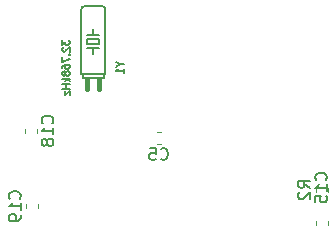
<source format=gbr>
%TF.GenerationSoftware,KiCad,Pcbnew,5.1.10-88a1d61d58~88~ubuntu20.04.1*%
%TF.CreationDate,2021-06-20T20:02:36+02:00*%
%TF.ProjectId,bluePillG,626c7565-5069-46c6-9c47-2e6b69636164,rev?*%
%TF.SameCoordinates,Original*%
%TF.FileFunction,Legend,Bot*%
%TF.FilePolarity,Positive*%
%FSLAX46Y46*%
G04 Gerber Fmt 4.6, Leading zero omitted, Abs format (unit mm)*
G04 Created by KiCad (PCBNEW 5.1.10-88a1d61d58~88~ubuntu20.04.1) date 2021-06-20 20:02:36*
%MOMM*%
%LPD*%
G01*
G04 APERTURE LIST*
%ADD10C,0.152400*%
%ADD11C,0.406400*%
%ADD12C,0.120000*%
%ADD13C,0.127000*%
%ADD14C,0.150000*%
G04 APERTURE END LIST*
D10*
%TO.C,Y1*%
X46181000Y-58168000D02*
X47959000Y-58168000D01*
X46054000Y-58168000D02*
X46181000Y-58168000D01*
X47070000Y-54866000D02*
X46562000Y-54866000D01*
X47070000Y-54866000D02*
X47070000Y-54358000D01*
X47070000Y-56009000D02*
X46562000Y-56009000D01*
X47070000Y-56009000D02*
X47070000Y-56517000D01*
X47578000Y-56009000D02*
X47070000Y-56009000D01*
X47578000Y-54866000D02*
X47070000Y-54866000D01*
X47578000Y-55247000D02*
X46562000Y-55247000D01*
X46562000Y-55628000D02*
X46562000Y-55247000D01*
X46562000Y-55628000D02*
X47578000Y-55628000D01*
X47578000Y-55247000D02*
X47578000Y-55628000D01*
D11*
X47578000Y-59438000D02*
X47578000Y-58676000D01*
X46562000Y-59438000D02*
X46562000Y-58676000D01*
D10*
X48086000Y-58168000D02*
X48086000Y-52707000D01*
X48086000Y-58168000D02*
X47959000Y-58168000D01*
X47959000Y-58549000D02*
X47959000Y-58168000D01*
X46054000Y-58168000D02*
X46054000Y-52707000D01*
X46181000Y-58549000D02*
X46181000Y-58168000D01*
X47832000Y-52453000D02*
X46308000Y-52453000D01*
X47959000Y-58549000D02*
X46181000Y-58549000D01*
X47832000Y-52453000D02*
G75*
G02*
X48086000Y-52707000I0J-254000D01*
G01*
X46054000Y-52707000D02*
G75*
G02*
X46308000Y-52453000I254000J0D01*
G01*
D12*
%TO.C,R2*%
X66910000Y-67837221D02*
X66910000Y-68162779D01*
X65890000Y-67837221D02*
X65890000Y-68162779D01*
%TO.C,C19*%
X42410000Y-69224721D02*
X42410000Y-69550279D01*
X41390000Y-69224721D02*
X41390000Y-69550279D01*
%TO.C,C18*%
X41290000Y-63162779D02*
X41290000Y-62837221D01*
X42310000Y-63162779D02*
X42310000Y-62837221D01*
%TO.C,C15*%
X66910000Y-70637221D02*
X66910000Y-70962779D01*
X65890000Y-70637221D02*
X65890000Y-70962779D01*
%TO.C,C5*%
X52437221Y-63090000D02*
X52762779Y-63090000D01*
X52437221Y-64110000D02*
X52762779Y-64110000D01*
%TO.C,Y1*%
D13*
X49341485Y-57369714D02*
X49631771Y-57369714D01*
X49022171Y-57166514D02*
X49341485Y-57369714D01*
X49022171Y-57572914D01*
X49631771Y-58095428D02*
X49631771Y-57747085D01*
X49631771Y-57921257D02*
X49022171Y-57921257D01*
X49109257Y-57863200D01*
X49167314Y-57805142D01*
X49196342Y-57747085D01*
X44450171Y-55337714D02*
X44450171Y-55715085D01*
X44682400Y-55511885D01*
X44682400Y-55598971D01*
X44711428Y-55657028D01*
X44740457Y-55686057D01*
X44798514Y-55715085D01*
X44943657Y-55715085D01*
X45001714Y-55686057D01*
X45030742Y-55657028D01*
X45059771Y-55598971D01*
X45059771Y-55424800D01*
X45030742Y-55366742D01*
X45001714Y-55337714D01*
X44508228Y-55947314D02*
X44479200Y-55976342D01*
X44450171Y-56034400D01*
X44450171Y-56179542D01*
X44479200Y-56237600D01*
X44508228Y-56266628D01*
X44566285Y-56295657D01*
X44624342Y-56295657D01*
X44711428Y-56266628D01*
X45059771Y-55918285D01*
X45059771Y-56295657D01*
X45001714Y-56556914D02*
X45030742Y-56585942D01*
X45059771Y-56556914D01*
X45030742Y-56527885D01*
X45001714Y-56556914D01*
X45059771Y-56556914D01*
X44450171Y-56789142D02*
X44450171Y-57195542D01*
X45059771Y-56934285D01*
X44450171Y-57689028D02*
X44450171Y-57572914D01*
X44479200Y-57514857D01*
X44508228Y-57485828D01*
X44595314Y-57427771D01*
X44711428Y-57398742D01*
X44943657Y-57398742D01*
X45001714Y-57427771D01*
X45030742Y-57456800D01*
X45059771Y-57514857D01*
X45059771Y-57630971D01*
X45030742Y-57689028D01*
X45001714Y-57718057D01*
X44943657Y-57747085D01*
X44798514Y-57747085D01*
X44740457Y-57718057D01*
X44711428Y-57689028D01*
X44682400Y-57630971D01*
X44682400Y-57514857D01*
X44711428Y-57456800D01*
X44740457Y-57427771D01*
X44798514Y-57398742D01*
X44711428Y-58095428D02*
X44682400Y-58037371D01*
X44653371Y-58008342D01*
X44595314Y-57979314D01*
X44566285Y-57979314D01*
X44508228Y-58008342D01*
X44479200Y-58037371D01*
X44450171Y-58095428D01*
X44450171Y-58211542D01*
X44479200Y-58269600D01*
X44508228Y-58298628D01*
X44566285Y-58327657D01*
X44595314Y-58327657D01*
X44653371Y-58298628D01*
X44682400Y-58269600D01*
X44711428Y-58211542D01*
X44711428Y-58095428D01*
X44740457Y-58037371D01*
X44769485Y-58008342D01*
X44827542Y-57979314D01*
X44943657Y-57979314D01*
X45001714Y-58008342D01*
X45030742Y-58037371D01*
X45059771Y-58095428D01*
X45059771Y-58211542D01*
X45030742Y-58269600D01*
X45001714Y-58298628D01*
X44943657Y-58327657D01*
X44827542Y-58327657D01*
X44769485Y-58298628D01*
X44740457Y-58269600D01*
X44711428Y-58211542D01*
X45059771Y-58588914D02*
X44450171Y-58588914D01*
X44827542Y-58646971D02*
X45059771Y-58821142D01*
X44653371Y-58821142D02*
X44885600Y-58588914D01*
X45059771Y-59082400D02*
X44450171Y-59082400D01*
X44740457Y-59082400D02*
X44740457Y-59430742D01*
X45059771Y-59430742D02*
X44450171Y-59430742D01*
X44653371Y-59662971D02*
X44653371Y-59982285D01*
X45059771Y-59662971D01*
X45059771Y-59982285D01*
%TO.C,R2*%
D14*
X65422380Y-67833333D02*
X64946190Y-67500000D01*
X65422380Y-67261904D02*
X64422380Y-67261904D01*
X64422380Y-67642857D01*
X64470000Y-67738095D01*
X64517619Y-67785714D01*
X64612857Y-67833333D01*
X64755714Y-67833333D01*
X64850952Y-67785714D01*
X64898571Y-67738095D01*
X64946190Y-67642857D01*
X64946190Y-67261904D01*
X64517619Y-68214285D02*
X64470000Y-68261904D01*
X64422380Y-68357142D01*
X64422380Y-68595238D01*
X64470000Y-68690476D01*
X64517619Y-68738095D01*
X64612857Y-68785714D01*
X64708095Y-68785714D01*
X64850952Y-68738095D01*
X65422380Y-68166666D01*
X65422380Y-68785714D01*
%TO.C,C19*%
X40827142Y-68744642D02*
X40874761Y-68697023D01*
X40922380Y-68554166D01*
X40922380Y-68458928D01*
X40874761Y-68316071D01*
X40779523Y-68220833D01*
X40684285Y-68173214D01*
X40493809Y-68125595D01*
X40350952Y-68125595D01*
X40160476Y-68173214D01*
X40065238Y-68220833D01*
X39970000Y-68316071D01*
X39922380Y-68458928D01*
X39922380Y-68554166D01*
X39970000Y-68697023D01*
X40017619Y-68744642D01*
X40922380Y-69697023D02*
X40922380Y-69125595D01*
X40922380Y-69411309D02*
X39922380Y-69411309D01*
X40065238Y-69316071D01*
X40160476Y-69220833D01*
X40208095Y-69125595D01*
X40922380Y-70173214D02*
X40922380Y-70363690D01*
X40874761Y-70458928D01*
X40827142Y-70506547D01*
X40684285Y-70601785D01*
X40493809Y-70649404D01*
X40112857Y-70649404D01*
X40017619Y-70601785D01*
X39970000Y-70554166D01*
X39922380Y-70458928D01*
X39922380Y-70268452D01*
X39970000Y-70173214D01*
X40017619Y-70125595D01*
X40112857Y-70077976D01*
X40350952Y-70077976D01*
X40446190Y-70125595D01*
X40493809Y-70173214D01*
X40541428Y-70268452D01*
X40541428Y-70458928D01*
X40493809Y-70554166D01*
X40446190Y-70601785D01*
X40350952Y-70649404D01*
%TO.C,C18*%
X43587142Y-62357142D02*
X43634761Y-62309523D01*
X43682380Y-62166666D01*
X43682380Y-62071428D01*
X43634761Y-61928571D01*
X43539523Y-61833333D01*
X43444285Y-61785714D01*
X43253809Y-61738095D01*
X43110952Y-61738095D01*
X42920476Y-61785714D01*
X42825238Y-61833333D01*
X42730000Y-61928571D01*
X42682380Y-62071428D01*
X42682380Y-62166666D01*
X42730000Y-62309523D01*
X42777619Y-62357142D01*
X43682380Y-63309523D02*
X43682380Y-62738095D01*
X43682380Y-63023809D02*
X42682380Y-63023809D01*
X42825238Y-62928571D01*
X42920476Y-62833333D01*
X42968095Y-62738095D01*
X43110952Y-63880952D02*
X43063333Y-63785714D01*
X43015714Y-63738095D01*
X42920476Y-63690476D01*
X42872857Y-63690476D01*
X42777619Y-63738095D01*
X42730000Y-63785714D01*
X42682380Y-63880952D01*
X42682380Y-64071428D01*
X42730000Y-64166666D01*
X42777619Y-64214285D01*
X42872857Y-64261904D01*
X42920476Y-64261904D01*
X43015714Y-64214285D01*
X43063333Y-64166666D01*
X43110952Y-64071428D01*
X43110952Y-63880952D01*
X43158571Y-63785714D01*
X43206190Y-63738095D01*
X43301428Y-63690476D01*
X43491904Y-63690476D01*
X43587142Y-63738095D01*
X43634761Y-63785714D01*
X43682380Y-63880952D01*
X43682380Y-64071428D01*
X43634761Y-64166666D01*
X43587142Y-64214285D01*
X43491904Y-64261904D01*
X43301428Y-64261904D01*
X43206190Y-64214285D01*
X43158571Y-64166666D01*
X43110952Y-64071428D01*
%TO.C,C15*%
X66757142Y-67169642D02*
X66804761Y-67122023D01*
X66852380Y-66979166D01*
X66852380Y-66883928D01*
X66804761Y-66741071D01*
X66709523Y-66645833D01*
X66614285Y-66598214D01*
X66423809Y-66550595D01*
X66280952Y-66550595D01*
X66090476Y-66598214D01*
X65995238Y-66645833D01*
X65900000Y-66741071D01*
X65852380Y-66883928D01*
X65852380Y-66979166D01*
X65900000Y-67122023D01*
X65947619Y-67169642D01*
X66852380Y-68122023D02*
X66852380Y-67550595D01*
X66852380Y-67836309D02*
X65852380Y-67836309D01*
X65995238Y-67741071D01*
X66090476Y-67645833D01*
X66138095Y-67550595D01*
X65852380Y-69026785D02*
X65852380Y-68550595D01*
X66328571Y-68502976D01*
X66280952Y-68550595D01*
X66233333Y-68645833D01*
X66233333Y-68883928D01*
X66280952Y-68979166D01*
X66328571Y-69026785D01*
X66423809Y-69074404D01*
X66661904Y-69074404D01*
X66757142Y-69026785D01*
X66804761Y-68979166D01*
X66852380Y-68883928D01*
X66852380Y-68645833D01*
X66804761Y-68550595D01*
X66757142Y-68502976D01*
%TO.C,C5*%
X52766666Y-65387142D02*
X52814285Y-65434761D01*
X52957142Y-65482380D01*
X53052380Y-65482380D01*
X53195238Y-65434761D01*
X53290476Y-65339523D01*
X53338095Y-65244285D01*
X53385714Y-65053809D01*
X53385714Y-64910952D01*
X53338095Y-64720476D01*
X53290476Y-64625238D01*
X53195238Y-64530000D01*
X53052380Y-64482380D01*
X52957142Y-64482380D01*
X52814285Y-64530000D01*
X52766666Y-64577619D01*
X51861904Y-64482380D02*
X52338095Y-64482380D01*
X52385714Y-64958571D01*
X52338095Y-64910952D01*
X52242857Y-64863333D01*
X52004761Y-64863333D01*
X51909523Y-64910952D01*
X51861904Y-64958571D01*
X51814285Y-65053809D01*
X51814285Y-65291904D01*
X51861904Y-65387142D01*
X51909523Y-65434761D01*
X52004761Y-65482380D01*
X52242857Y-65482380D01*
X52338095Y-65434761D01*
X52385714Y-65387142D01*
%TD*%
M02*

</source>
